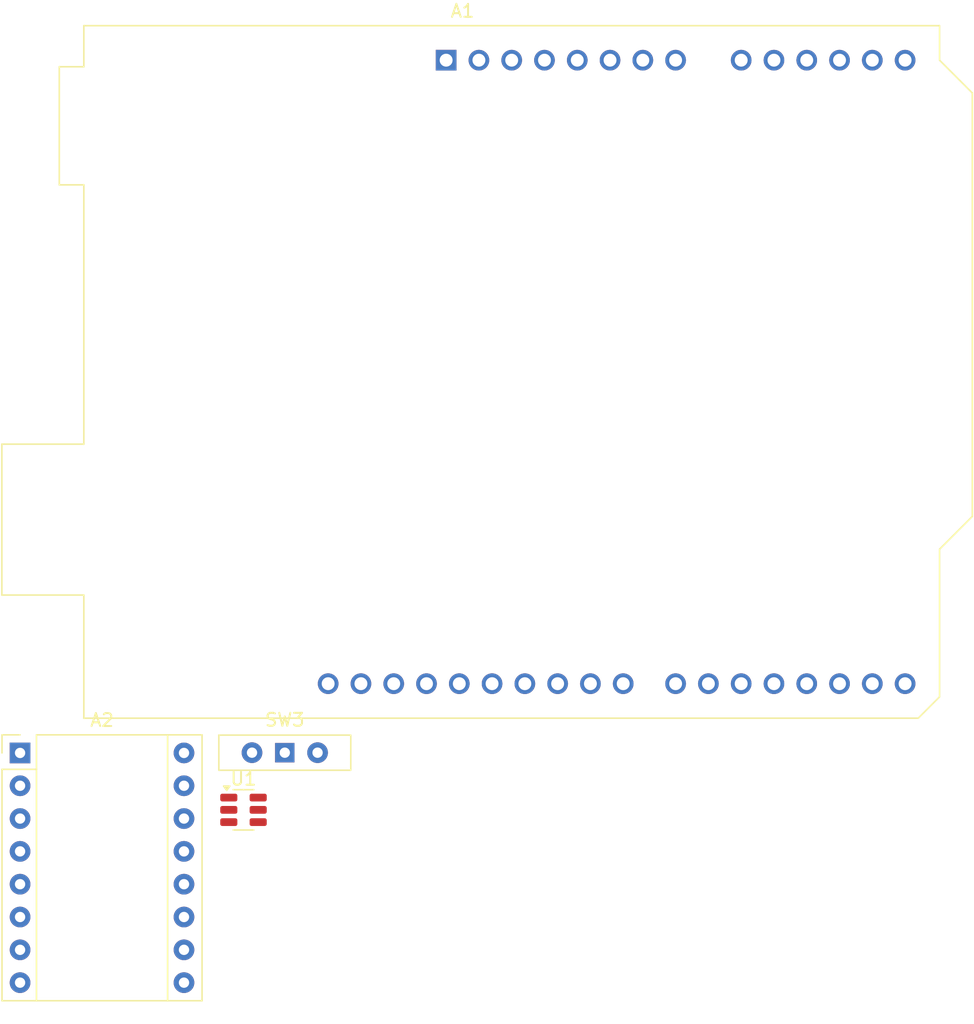
<source format=kicad_pcb>
(kicad_pcb (version 20241229) (generator "pcbnew") (generator_version "9.0")
  (layers (0 "F.Cu" signal) (2 "B.Cu" signal) (13 "F.Paste" user) (15 "B.Paste" user) (5 "F.SilkS" user "F.Silkscreen") (7 "B.SilkS" user "B.Silkscreen") (1 "F.Mask" user) (3 "B.Mask" user) (25 "Edge.Cuts" user))
  (net 0 "")
  (net 6 "Net-(A1-D13)")
  (net 9 "GND")
  (net 14 "Net-(A1-D7)")
  (net 23 "Net-(A1-D2)")
  (net 25 "+5V")
  (net 26 "Net-(A1-D12)")
  (net 27 "Net-(A1-D4)")
  (net 30 "Net-(A1-D3)")
  (net 32 "Net-(A2-B1)")
  (net 33 "Net-(A2-A1)")
  (net 34 "15V")
  (net 35 "Net-(A2-~{EN})")
  (net 36 "Net-(A2-A2)")
  (net 37 "Net-(A2-B2)")
  (net 38 "Net-(D3-A)")
  (net 39 "Net-(U1-FB)")
  (footprint "Button_Switch_THT:SW_Slide-03_Wuerth-WS-SLTV_10x2.5x6.4_P2.54mm" (layer "F.Cu") (at 62.44 90.84)
    (property "Reference" "SW3" (at 0 -2.54 0) (layer "F.SilkS"))
    (property "Value" "Slide Switch")
    (fp_rect (start -5.11 -1.36) (end 5.11 1.36) (stroke (width 0.12)) (fill no) (layer "F.SilkS"))
    (pad "1" thru_hole rect (at 0 0) (size 1.5 1.5) (drill 0.8) (layers "*.Cu" "*.Mask") (net 35 "Net-(A2-~{EN})"))
    (pad "2" thru_hole circle (at -2.54 0) (size 1.6 1.6) (drill 0.8) (layers "*.Cu" "*.Mask") (net 25 "+5V"))
    (pad "3" thru_hole circle (at 2.54 0) (size 1.6 1.6) (drill 0.8) (layers "*.Cu" "*.Mask") (net 9 "GND"))
  )
  (footprint "Package_TO_SOT_SMD:SOT-23-6" (layer "F.Cu") (at 59.24 95.265)
    (property "Reference" "U1" (at 0 -2.4 0) (layer "F.SilkS"))
    (property "Value" "MT3608")
    (fp_line (start 0 -1.56) (end -0.8 -1.56) (stroke (width 0.12)) (layer "F.SilkS"))
    (fp_line (start 0 -1.56) (end 0.8 -1.56) (stroke (width 0.12)) (layer "F.SilkS"))
    (fp_line (start 0 1.56) (end -0.8 1.56) (stroke (width 0.12)) (layer "F.SilkS"))
    (fp_line (start 0 1.56) (end 0.8 1.56) (stroke (width 0.12)) (layer "F.SilkS"))
    (fp_poly (pts (xy -1.3 -1.51) (xy -1.54 -1.84) (xy -1.06 -1.84) (xy -1.3 -1.51)) (stroke (width 0.12)) (fill yes) (layer "F.SilkS"))
    (pad "1" smd roundrect (at -1.1375 -0.95) (size 1.325 0.6) (layers "F.Cu" "F.Mask" "F.Paste") (net 38 "Net-(D3-A)"))
    (pad "2" smd roundrect (at -1.1375 0) (size 1.325 0.6) (layers "F.Cu" "F.Mask" "F.Paste") (net 9 "GND"))
    (pad "3" smd roundrect (at -1.1375 0.95) (size 1.325 0.6) (layers "F.Cu" "F.Mask" "F.Paste") (net 39 "Net-(U1-FB)"))
    (pad "4" smd roundrect (at 1.1375 0.95) (size 1.325 0.6) (layers "F.Cu" "F.Mask" "F.Paste") (net 25 "+5V"))
    (pad "5" smd roundrect (at 1.1375 0) (size 1.325 0.6) (layers "F.Cu" "F.Mask" "F.Paste") (net 25 "+5V"))
    (pad "6" smd roundrect (at 1.1375 -0.95) (size 1.325 0.6) (layers "F.Cu" "F.Mask" "F.Paste"))
  )
  (footprint "Module:Pololu_Breakout-16_15.2x20.3mm" (layer "F.Cu") (at 41.93 90.86)
    (property "Reference" "A2" (at 6.35 -2.54 0) (layer "F.SilkS"))
    (property "Value" "DRV8825")
    (fp_line (start -1.4 -1.4) (end -1.4 0) (stroke (width 0.12)) (layer "F.SilkS"))
    (fp_line (start -1.4 1.27) (end -1.4 19.18) (stroke (width 0.12)) (layer "F.SilkS"))
    (fp_line (start -1.4 19.18) (end 14.1 19.18) (stroke (width 0.12)) (layer "F.SilkS"))
    (fp_line (start 0 -1.4) (end -1.4 -1.4) (stroke (width 0.12)) (layer "F.SilkS"))
    (fp_line (start 1.27 -1.4) (end 1.27 1.27) (stroke (width 0.12)) (layer "F.SilkS"))
    (fp_line (start 1.27 1.27) (end -1.4 1.27) (stroke (width 0.12)) (layer "F.SilkS"))
    (fp_line (start 1.27 1.27) (end 1.27 19.18) (stroke (width 0.12)) (layer "F.SilkS"))
    (fp_line (start 11.43 -1.4) (end 11.43 19.18) (stroke (width 0.12)) (layer "F.SilkS"))
    (fp_line (start 14.1 -1.4) (end 1.27 -1.4) (stroke (width 0.12)) (layer "F.SilkS"))
    (fp_line (start 14.1 19.18) (end 14.1 -1.4) (stroke (width 0.12)) (layer "F.SilkS"))
    (pad "1" thru_hole rect (at 0 0) (size 1.6 1.6) (drill 0.8) (layers "*.Cu" "*.Mask") (net 9 "GND"))
    (pad "2" thru_hole oval (at 0 2.54) (size 1.6 1.6) (drill 0.8) (layers "*.Cu" "*.Mask"))
    (pad "3" thru_hole oval (at 0 5.08) (size 1.6 1.6) (drill 0.8) (layers "*.Cu" "*.Mask") (net 36 "Net-(A2-A2)"))
    (pad "4" thru_hole oval (at 0 7.62) (size 1.6 1.6) (drill 0.8) (layers "*.Cu" "*.Mask") (net 33 "Net-(A2-A1)"))
    (pad "5" thru_hole oval (at 0 10.16) (size 1.6 1.6) (drill 0.8) (layers "*.Cu" "*.Mask") (net 32 "Net-(A2-B1)"))
    (pad "6" thru_hole oval (at 0 12.7) (size 1.6 1.6) (drill 0.8) (layers "*.Cu" "*.Mask") (net 37 "Net-(A2-B2)"))
    (pad "7" thru_hole oval (at 0 15.24) (size 1.6 1.6) (drill 0.8) (layers "*.Cu" "*.Mask") (net 9 "GND"))
    (pad "8" thru_hole oval (at 0 17.78) (size 1.6 1.6) (drill 0.8) (layers "*.Cu" "*.Mask") (net 34 "15V"))
    (pad "9" thru_hole oval (at 12.7 17.78) (size 1.6 1.6) (drill 0.8) (layers "*.Cu" "*.Mask") (net 35 "Net-(A2-~{EN})"))
    (pad "10" thru_hole oval (at 12.7 15.24) (size 1.6 1.6) (drill 0.8) (layers "*.Cu" "*.Mask") (net 9 "GND"))
    (pad "11" thru_hole oval (at 12.7 12.7) (size 1.6 1.6) (drill 0.8) (layers "*.Cu" "*.Mask") (net 9 "GND"))
    (pad "12" thru_hole oval (at 12.7 10.16) (size 1.6 1.6) (drill 0.8) (layers "*.Cu" "*.Mask") (net 9 "GND"))
    (pad "13" thru_hole oval (at 12.7 7.62) (size 1.6 1.6) (drill 0.8) (layers "*.Cu" "*.Mask") (net 25 "+5V"))
    (pad "14" thru_hole oval (at 12.7 5.08) (size 1.6 1.6) (drill 0.8) (layers "*.Cu" "*.Mask") (net 25 "+5V"))
    (pad "15" thru_hole oval (at 12.7 2.54) (size 1.6 1.6) (drill 0.8) (layers "*.Cu" "*.Mask") (net 30 "Net-(A1-D3)"))
    (pad "16" thru_hole oval (at 12.7 0) (size 1.6 1.6) (drill 0.8) (layers "*.Cu" "*.Mask") (net 23 "Net-(A1-D2)"))
  )
  (footprint "Module:Arduino_UNO_R3" (layer "F.Cu") (at 74.94 37.24)
    (property "Reference" "A1" (at 1.27 -3.81 180) (layer "F.SilkS"))
    (property "Value" "Arduino_UNO_R3")
    (fp_line (start -34.42 29.72) (end -34.42 41.4) (stroke (width 0.12)) (layer "F.SilkS"))
    (fp_line (start -34.42 41.4) (end -28.07 41.4) (stroke (width 0.12)) (layer "F.SilkS"))
    (fp_line (start -29.97 0.51) (end -29.97 9.65) (stroke (width 0.12)) (layer "F.SilkS"))
    (fp_line (start -29.97 9.65) (end -28.07 9.65) (stroke (width 0.12)) (layer "F.SilkS"))
    (fp_line (start -28.07 -2.67) (end -28.07 0.51) (stroke (width 0.12)) (layer "F.SilkS"))
    (fp_line (start -28.07 0.51) (end -29.97 0.51) (stroke (width 0.12)) (layer "F.SilkS"))
    (fp_line (start -28.07 9.65) (end -28.07 29.72) (stroke (width 0.12)) (layer "F.SilkS"))
    (fp_line (start -28.07 29.72) (end -34.42 29.72) (stroke (width 0.12)) (layer "F.SilkS"))
    (fp_line (start -28.07 41.4) (end -28.07 50.93) (stroke (width 0.12)) (layer "F.SilkS"))
    (fp_line (start -28.07 50.93) (end 36.58 50.93) (stroke (width 0.12)) (layer "F.SilkS"))
    (fp_line (start 36.58 50.93) (end 38.23 49.28) (stroke (width 0.12)) (layer "F.SilkS"))
    (fp_line (start 38.23 -2.67) (end -28.07 -2.67) (stroke (width 0.12)) (layer "F.SilkS"))
    (fp_line (start 38.23 0) (end 38.23 -2.67) (stroke (width 0.12)) (layer "F.SilkS"))
    (fp_line (start 38.23 37.85) (end 40.77 35.31) (stroke (width 0.12)) (layer "F.SilkS"))
    (fp_line (start 38.23 49.28) (end 38.23 37.85) (stroke (width 0.12)) (layer "F.SilkS"))
    (fp_line (start 40.77 2.54) (end 38.23 0) (stroke (width 0.12)) (layer "F.SilkS"))
    (fp_line (start 40.77 35.31) (end 40.77 2.54) (stroke (width 0.12)) (layer "F.SilkS"))
    (pad "1" thru_hole rect (at 0 0 90) (size 1.6 1.6) (drill 1) (layers "*.Cu" "*.Mask"))
    (pad "2" thru_hole oval (at 2.54 0 90) (size 1.6 1.6) (drill 1) (layers "*.Cu" "*.Mask"))
    (pad "3" thru_hole oval (at 5.08 0 90) (size 1.6 1.6) (drill 1) (layers "*.Cu" "*.Mask"))
    (pad "4" thru_hole oval (at 7.62 0 90) (size 1.6 1.6) (drill 1) (layers "*.Cu" "*.Mask"))
    (pad "5" thru_hole oval (at 10.16 0 90) (size 1.6 1.6) (drill 1) (layers "*.Cu" "*.Mask"))
    (pad "6" thru_hole oval (at 12.7 0 90) (size 1.6 1.6) (drill 1) (layers "*.Cu" "*.Mask") (net 9 "GND"))
    (pad "7" thru_hole oval (at 15.24 0 90) (size 1.6 1.6) (drill 1) (layers "*.Cu" "*.Mask") (net 9 "GND"))
    (pad "8" thru_hole oval (at 17.78 0 90) (size 1.6 1.6) (drill 1) (layers "*.Cu" "*.Mask") (net 25 "+5V"))
    (pad "9" thru_hole oval (at 22.86 0 90) (size 1.6 1.6) (drill 1) (layers "*.Cu" "*.Mask"))
    (pad "10" thru_hole oval (at 25.4 0 90) (size 1.6 1.6) (drill 1) (layers "*.Cu" "*.Mask"))
    (pad "11" thru_hole oval (at 27.94 0 90) (size 1.6 1.6) (drill 1) (layers "*.Cu" "*.Mask"))
    (pad "12" thru_hole oval (at 30.48 0 90) (size 1.6 1.6) (drill 1) (layers "*.Cu" "*.Mask"))
    (pad "13" thru_hole oval (at 33.02 0 90) (size 1.6 1.6) (drill 1) (layers "*.Cu" "*.Mask"))
    (pad "14" thru_hole oval (at 35.56 0 90) (size 1.6 1.6) (drill 1) (layers "*.Cu" "*.Mask"))
    (pad "15" thru_hole oval (at 35.56 48.26 90) (size 1.6 1.6) (drill 1) (layers "*.Cu" "*.Mask"))
    (pad "16" thru_hole oval (at 33.02 48.26 90) (size 1.6 1.6) (drill 1) (layers "*.Cu" "*.Mask"))
    (pad "17" thru_hole oval (at 30.48 48.26 90) (size 1.6 1.6) (drill 1) (layers "*.Cu" "*.Mask") (net 23 "Net-(A1-D2)"))
    (pad "18" thru_hole oval (at 27.94 48.26 90) (size 1.6 1.6) (drill 1) (layers "*.Cu" "*.Mask") (net 30 "Net-(A1-D3)"))
    (pad "19" thru_hole oval (at 25.4 48.26 90) (size 1.6 1.6) (drill 1) (layers "*.Cu" "*.Mask") (net 27 "Net-(A1-D4)"))
    (pad "20" thru_hole oval (at 22.86 48.26 90) (size 1.6 1.6) (drill 1) (layers "*.Cu" "*.Mask"))
    (pad "21" thru_hole oval (at 20.32 48.26 90) (size 1.6 1.6) (drill 1) (layers "*.Cu" "*.Mask"))
    (pad "22" thru_hole oval (at 17.78 48.26 90) (size 1.6 1.6) (drill 1) (layers "*.Cu" "*.Mask") (net 14 "Net-(A1-D7)"))
    (pad "23" thru_hole oval (at 13.72 48.26 90) (size 1.6 1.6) (drill 1) (layers "*.Cu" "*.Mask"))
    (pad "24" thru_hole oval (at 11.18 48.26 90) (size 1.6 1.6) (drill 1) (layers "*.Cu" "*.Mask"))
    (pad "25" thru_hole oval (at 8.64 48.26 90) (size 1.6 1.6) (drill 1) (layers "*.Cu" "*.Mask"))
    (pad "26" thru_hole oval (at 6.1 48.26 90) (size 1.6 1.6) (drill 1) (layers "*.Cu" "*.Mask"))
    (pad "27" thru_hole oval (at 3.56 48.26 90) (size 1.6 1.6) (drill 1) (layers "*.Cu" "*.Mask") (net 26 "Net-(A1-D12)"))
    (pad "28" thru_hole oval (at 1.02 48.26 90) (size 1.6 1.6) (drill 1) (layers "*.Cu" "*.Mask") (net 6 "Net-(A1-D13)"))
    (pad "29" thru_hole oval (at -1.52 48.26 90) (size 1.6 1.6) (drill 1) (layers "*.Cu" "*.Mask") (net 9 "GND"))
    (pad "30" thru_hole oval (at -4.06 48.26 90) (size 1.6 1.6) (drill 1) (layers "*.Cu" "*.Mask"))
    (pad "31" thru_hole oval (at -6.6 48.26 90) (size 1.6 1.6) (drill 1) (layers "*.Cu" "*.Mask"))
    (pad "32" thru_hole oval (at -9.14 48.26 90) (size 1.6 1.6) (drill 1) (layers "*.Cu" "*.Mask"))
  )
)
</source>
